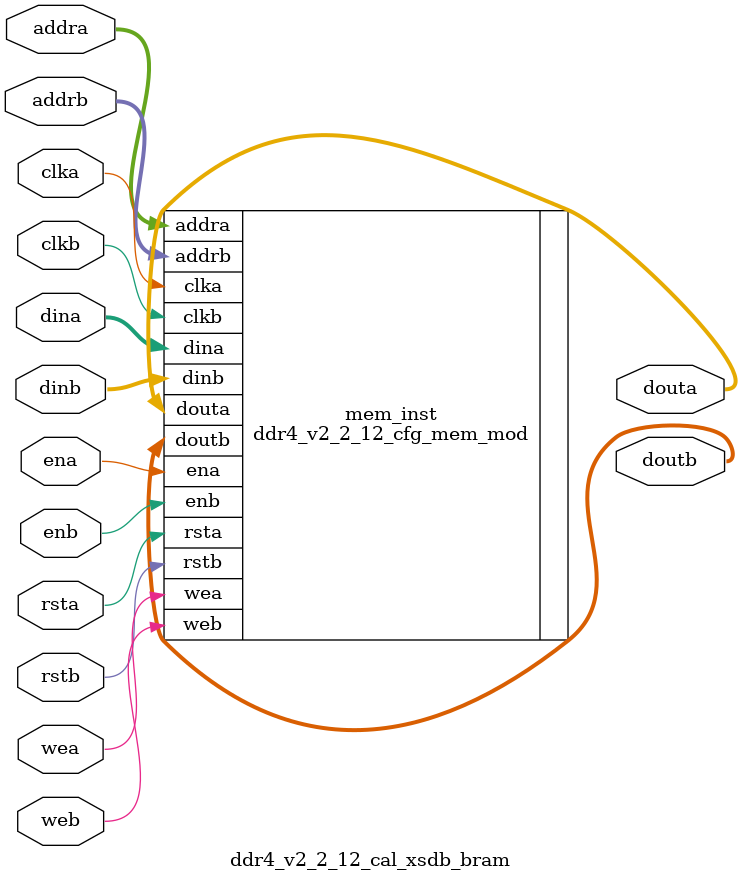
<source format=sv>
/******************************************************************************
// (c) Copyright 2013 - 2014 Xilinx, Inc. All rights reserved.
//
// This file contains confidential and proprietary information
// of Xilinx, Inc. and is protected under U.S. and
// international copyright and other intellectual property
// laws.
//
// DISCLAIMER
// This disclaimer is not a license and does not grant any
// rights to the materials distributed herewith. Except as
// otherwise provided in a valid license issued to you by
// Xilinx, and to the maximum extent permitted by applicable
// law: (1) THESE MATERIALS ARE MADE AVAILABLE "AS IS" AND
// WITH ALL FAULTS, AND XILINX HEREBY DISCLAIMS ALL WARRANTIES
// AND CONDITIONS, EXPRESS, IMPLIED, OR STATUTORY, INCLUDING
// BUT NOT LIMITED TO WARRANTIES OF MERCHANTABILITY, NON-
// INFRINGEMENT, OR FITNESS FOR ANY PARTICULAR PURPOSE; and
// (2) Xilinx shall not be liable (whether in contract or tort,
// including negligence, or under any other theory of
// liability) for any loss or damage of any kind or nature
// related to, arising under or in connection with these
// materials, including for any direct, or any indirect,
// special, incidental, or consequential loss or damage
// (including loss of data, profits, goodwill, or any type of
// loss or damage suffered as a result of any action brought
// by a third party) even if such damage or loss was
// reasonably foreseeable or Xilinx had been advised of the
// possibility of the same.
//
// CRITICAL APPLICATIONS
// Xilinx products are not designed or intended to be fail-
// safe, or for use in any application requiring fail-safe
// performance, such as life-support or safety devices or
// systems, Class III medical devices, nuclear facilities,
// applications related to the deployment of airbags, or any
// other applications that could lead to death, personal
// injury, or severe property or environmental damage
// (individually and collectively, "Critical
// Applications"). Customer assumes the sole risk and
// liability of any use of Xilinx products in Critical
// Applications, subject only to applicable laws and
// regulations governing limitations on product liability.
//
// THIS COPYRIGHT NOTICE AND DISCLAIMER MUST BE RETAINED AS
// PART OF THIS FILE AT ALL TIMES.
******************************************************************************/
//   ____  ____
//  /   /\/   /
// /___/  \  /    Vendor             : Xilinx
// \   \   \/     Version            : 2.0
//  \   \         Application        : MIG
//  /   /         Filename           : ddr4_v2_2_12_cal_xsdb_bram.sv
// /___/   /\     Date Last Modified : $Date: 2015/04/23 $
// \   \  /  \    Date Created       : Tue May 13 2014
//  \___\/\___\
//
// Device           : UltraScale
// Design Name      : DDR4 SDRAM & DDR3 SDRAM
// Purpose          :
//                   ddr4_v2_2_12_cal_xsdb_bram module
// Reference        :
// Revision History :
//*****************************************************************************
`timescale 1ns / 1ps

(* bram_map="yes" *)

module ddr4_v2_2_12_cal_xsdb_bram
    #(	
    
		parameter       	  MEM                        	  =  "DDR4"
		,parameter       	  DBYTES                     	  =  8 //4
		,parameter            START_ADDRESS                   =  18
		,parameter  		  SPREAD_SHEET_VERSION            =  2
		,parameter            RTL_VERSION                     =  0
		,parameter            MEM_CODE                        =  0
		,parameter  		  MEMORY_TYPE                     =  (MEM == "DDR4") ? 2 : 1
		,parameter            MEMORY_CONFIGURATION            =  1
		,parameter            MEMORY_VOLTAGE                  =  1
        ,parameter            CLKFBOUT_MULT_PLL               =  4
        ,parameter            DIVCLK_DIVIDE_PLL               =  1
        ,parameter            CLKOUT0_DIVIDE_PLL              =  1
        ,parameter            CLKFBOUT_MULT_MMCM              =  4
        ,parameter            DIVCLK_DIVIDE_MMCM              =  1
        ,parameter            CLKOUT0_DIVIDE_MMCM             =  4
		,parameter  		  DQBITS	                      =  64
		,parameter			  NIBBLE                          =  DQBITS/4
		,parameter  		  BITS_PER_BYTE                   =  8 //DQBITS/DBYTES
		,parameter  		  SLOTS                   =  1
		,parameter  		  ABITS                           =  10
		,parameter  		  BABITS                          =  2
		,parameter       	  BGBITS              	          =  2
		,parameter       	  CKEBITS                  		  =  4
		,parameter       	  CSBITS             	          =  4
		,parameter       	  ODTBITS                    	  =  4
		,parameter       	  DRAM_WIDTH                 	  =  8      // # of DQ per DQS
		,parameter       	  RANKS                      	  =  4 // 1      //1, 2, 3, or 4
		,parameter            S_HEIGHT                        =  1
		,parameter       	  nCK_PER_CLK                	  =  1      // # of memory CKs per fabric CLK
        ,parameter            tCK                             =  2000		
		,parameter       	  DM_DBI_SETTING             	  =  7     //// 3bits requried all 7
		,parameter            BISC_EN                         =  0
		,parameter       	  USE_CS_PORT             	      =  1     //// 1 bit
		,parameter            EXTRA_CMD_DELAY                 =  0     //// 1 bit
		,parameter            REG_CTRL_ON                     =  0     // RDIMM register control
		,parameter            CA_MIRROR                       =  0     //// 1 bit
		,parameter       	  DQS_GATE                   	  =  7
		,parameter       	  WRLVL                      	  =  7
		,parameter       	  RDLVL                      	  =  7
		,parameter       	  RDLVL_DBI                       =  7
		,parameter       	  WR_DQS_DQ                  	  =  7
		,parameter       	  WR_DQS_DM_DBI                   =  7
		,parameter            WRITE_LAT                       =  7
		,parameter       	  RDLVL_COMPLEX                   =  3     ///2 bits required all 3
		,parameter       	  WR_DQS_COMPLEX                  =  3     ///2 bits required all 3
		,parameter       	  DQS_TRACKING               	  =  3
		,parameter       	  RD_VREF                    	  =  3
		,parameter       	  RD_VREF_PATTERN                 =  3
		,parameter       	  WR_VREF                    	  =  3
		,parameter       	  WR_VREF_PATTERN                 =  3
		,parameter       	  DQS_SAMPLE_CNT             	  =  127
		,parameter       	  WRLVL_SAMPLE_CNT           	  =  255
		,parameter       	  RDLVL_SAMPLE_CNT           	  =  127
		,parameter       	  COMPLEX_LOOP_CNT           	  =  255
		,parameter       	  IODELAY_QTR_CK_TAP_CNT     	  =  255
		,parameter       	  DEBUG_MESSAGES     	          =  0
		,parameter         	  MR0                     		  =  13'b0000000110000
		,parameter         	  MR1                     		  =  13'b0000100000001 //RTT_NOM=RZQ/4 (60 Ohm)
		,parameter         	  MR2                     		  =  13'b0000000011000
		,parameter         	  MR3                     		  =  13'b0000000000000
		,parameter         	  MR4                     		  =  13'b0000000000000
		,parameter         	  MR5                     		  =  13'b0010000000000
		,parameter         	  MR6                     		  =  13'b0100000000000
		,parameter            ODTWR                           = 16'h0000
		,parameter            ODTRD                           = 16'h0000
		,parameter            SLOT0_CONFIG                    = 0     // all 9 bits
		,parameter            SLOT1_CONFIG                    = 0     // all 9 bits
		,parameter            SLOT0_FUNC_CS                   = 0     // all 9 bits
		,parameter            SLOT1_FUNC_CS                   = 0     // all 9 bits
		,parameter            SLOT0_ODD_CS                    = 0     // all 9 bits
		,parameter            SLOT1_ODD_CS                    = 0     // all 9 bits
		,parameter            DDR4_REG_RC03                   = 0     // all 9 bits
		,parameter            DDR4_REG_RC04                   = 0     // all 9 bits
		,parameter            DDR4_REG_RC05                   = 0     // all 9 bits
		,parameter            DDR4_REG_RC3X                   = 0     // all 9 bits
		
		,parameter         	  MR0_0                   		  =  MR0[8:0]
		,parameter         	  MR0_1                   		  =  {5'b0,MR0[12:9]}
		,parameter         	  MR1_0                   		  =  MR1[8:0]
		,parameter         	  MR1_1                   		  =  {5'b0,MR1[12:9]}
		,parameter         	  MR2_0                   	 	  =  MR2[8:0]
		,parameter         	  MR2_1                   		  =  {5'b0,MR2[12:9]}
		,parameter         	  MR3_0                   		  =  MR3[8:0]
		,parameter         	  MR3_1                   		  =  {5'b0,MR3[12:9]}
		,parameter         	  MR4_0                   		  =  MR4[8:0]
		,parameter         	  MR4_1                   		  =  {5'b0,MR4[12:9]}
		,parameter         	  MR5_0                   		  =  MR5[8:0]
		,parameter         	  MR5_1                   		  =  {5'b0,MR5[12:9]}
		,parameter         	  MR6_0                   		  =  MR6[8:0]
		,parameter         	  MR6_1                   		  =  {5'b0,MR6[12:9]}
  
       ,parameter NUM_BRAMS    = 1
	   ,parameter SIZE         = 36 * 1024 * NUM_BRAMS
    // Specify INITs as 9 bit blocks (256 locations per blockRAM)
       ,parameter ADDR_WIDTH   = 16
	   ,parameter DATA_WIDTH   = 9
       ,parameter PIPELINE_REG = 1 
    )
  (
	
		clka,
		clkb,
		ena,
		enb,
		addra,
		addrb,
		dina,
		dinb,
		douta,
		doutb,
		wea,
		web,
		rsta,
		rstb
);
input clka;
input clkb;
input ena;
input enb;
input [ADDR_WIDTH-1:0]addra;
input [ADDR_WIDTH-1:0]addrb;
input [DATA_WIDTH-1:0]dina;
input [DATA_WIDTH-1:0]dinb;
input wea;
input web;
input rsta;
input rstb;
output reg [DATA_WIDTH-1:0]douta;
output reg [DATA_WIDTH-1:0]doutb;


// Initial values to the BlockRam 0
localparam [8:0] mem0_init_0 = {4'b0,START_ADDRESS[4:0]};
localparam [8:0] mem0_init_1 = 9'b0;
localparam [8:0] mem0_init_2 = 9'b0;
localparam [8:0] mem0_init_3 = {5'b0,SPREAD_SHEET_VERSION[3:0]};
localparam [8:0] mem0_init_4 = {6'b0,MEMORY_TYPE[2:0]};
localparam [8:0] mem0_init_5 = RANKS;
localparam [8:0] mem0_init_6 = DBYTES[8:0]; // MAN - repeats DBYTES parameter (may hardwire to BYTES for initial SW compatability)
localparam [8:0] mem0_init_7 = NIBBLE[8:0];
localparam [8:0] mem0_init_8 = BITS_PER_BYTE[8:0];
localparam [8:0] mem0_init_9 = 9'b1;
localparam [8:0] mem0_init_10 = 9'b1;
localparam [8:0] mem0_init_11 = 9'b1;
localparam [8:0] mem0_init_12 = SLOTS;
localparam [8:0] mem0_init_13 = 9'b0;
localparam [8:0] mem0_init_14 = 9'b0;
localparam [8:0] mem0_init_15 = 9'b0;
localparam [8:0] mem0_init_16 = 9'b0;
localparam [8:0] mem0_init_17 = 9'b0;
localparam [8:0] mem0_init_18 = RTL_VERSION[8:0];
localparam [8:0] mem0_init_19 = 9'b0;
localparam [8:0] mem0_init_20 = NUM_BRAMS[8:0];
localparam [8:0] mem0_init_21 = {BGBITS[1:0],BABITS[1:0],ABITS[4:0]};
localparam [8:0] mem0_init_22 = {ODTBITS[2:0],CSBITS[2:0],CKEBITS[2:0]};
localparam [8:0] mem0_init_23 = DBYTES[8:0];
localparam [8:0] mem0_init_24 = DRAM_WIDTH[8:0];
localparam [8:0] mem0_init_25 = {CA_MIRROR[0],REG_CTRL_ON[0],EXTRA_CMD_DELAY[0],USE_CS_PORT[0],BISC_EN[0],DM_DBI_SETTING[2:0],nCK_PER_CLK[0]};
localparam [8:0] mem0_init_26 = {RDLVL[2:0],WRLVL[2:0],DQS_GATE[2:0]};
localparam [8:0] mem0_init_27 = {WR_DQS_DM_DBI[2:0],WR_DQS_DQ[2:0],RDLVL_DBI[2:0]};
localparam [8:0] mem0_init_28 = {WR_DQS_COMPLEX[2:0],RDLVL_COMPLEX[2:0],WRITE_LAT[2:0]};
localparam [8:0] mem0_init_29 = {DEBUG_MESSAGES[0],RD_VREF_PATTERN[1:0],WR_VREF_PATTERN[1:0],RD_VREF[1:0],WR_VREF[1:0]};
localparam [8:0] mem0_init_30 = {7'b0,DQS_TRACKING[1:0]};
localparam [8:0] mem0_init_31 = DQS_SAMPLE_CNT[8:0];
localparam [8:0] mem0_init_32 = WRLVL_SAMPLE_CNT[8:0];
localparam [8:0] mem0_init_33 = RDLVL_SAMPLE_CNT[8:0];
localparam [8:0] mem0_init_34 = COMPLEX_LOOP_CNT[8:0];
localparam [8:0] mem0_init_35 = IODELAY_QTR_CK_TAP_CNT[8:0];
localparam [8:0] mem0_init_36 = {5'b0,S_HEIGHT[3:0]};
localparam [8:0] mem0_init_37 = 9'b0;
localparam [8:0] mem0_init_38 = 9'b0;
localparam [8:0] mem0_init_39 = 9'b0;
localparam [8:0] mem0_init_40 = {1'b0, ODTWR[7:0]};
localparam [8:0] mem0_init_41 = {1'b0, ODTWR[15:8]};
localparam [8:0] mem0_init_42 = {1'b0, ODTRD[7:0]};
localparam [8:0] mem0_init_43 = {1'b0, ODTRD[15:8]};
localparam [8:0] mem0_init_44 = SLOT0_CONFIG;
localparam [8:0] mem0_init_45 = SLOT1_CONFIG;
localparam [8:0] mem0_init_46 = SLOT0_FUNC_CS;
localparam [8:0] mem0_init_47 = SLOT1_FUNC_CS;
localparam [8:0] mem0_init_48 = SLOT0_ODD_CS;
localparam [8:0] mem0_init_49 = SLOT1_ODD_CS;
localparam [8:0] mem0_init_50 = DDR4_REG_RC03;
localparam [8:0] mem0_init_51 = DDR4_REG_RC04;
localparam [8:0] mem0_init_52 = DDR4_REG_RC05;
localparam [8:0] mem0_init_53 = DDR4_REG_RC3X;
localparam [8:0] mem0_init_54 = MR0_0[8:0];
localparam [8:0] mem0_init_55 = MR0_1[8:0];
localparam [8:0] mem0_init_56 = MR1_0[8:0];
localparam [8:0] mem0_init_57 = MR1_1[8:0];
localparam [8:0] mem0_init_58 = MR2_0[8:0];
localparam [8:0] mem0_init_59 = MR2_1[8:0];
localparam [8:0] mem0_init_60 = MR3_0[8:0];
localparam [8:0] mem0_init_61 = MR3_1[8:0];
localparam [8:0] mem0_init_62 = MR4_0[8:0];
localparam [8:0] mem0_init_63 = MR4_1[8:0];
localparam [8:0] mem0_init_64 = MR5_0[8:0];
localparam [8:0] mem0_init_65 = MR5_1[8:0];
localparam [8:0] mem0_init_66 = MR6_0[8:0];
localparam [8:0] mem0_init_67 = MR6_1[8:0];
localparam [8:0] mem0_init_68 = 9'b0;
localparam [8:0] mem0_init_69 = tCK[8:0];
localparam [8:0] mem0_init_70 = tCK[16:9];
localparam [8:0] mem0_init_71 = MEMORY_CONFIGURATION[8:0];
localparam [8:0] mem0_init_72 = MEMORY_VOLTAGE[8:0];
localparam [8:0] mem0_init_73 = CLKFBOUT_MULT_PLL[8:0];
localparam [8:0] mem0_init_74 = DIVCLK_DIVIDE_PLL[8:0];
localparam [8:0] mem0_init_75 = CLKFBOUT_MULT_MMCM[8:0];
localparam [8:0] mem0_init_76 = DIVCLK_DIVIDE_MMCM[8:0];
localparam [8:0] mem0_init_77 = 9'b0;
localparam [8:0] mem0_init_78 = 9'b0;
localparam [8:0] mem0_init_79 = 9'b0;
localparam [8:0] mem0_init_80 = 9'b0;
localparam [8:0] mem0_init_81 = 9'b0;
localparam [8:0] mem0_init_82 = 9'b0;
localparam [8:0] mem0_init_83 = 9'b0;
localparam [8:0] mem0_init_84 = 9'b0;
localparam [8:0] mem0_init_85 = 9'b0;
localparam [8:0] mem0_init_86 = 9'b0;
localparam [8:0] mem0_init_87 = 9'b0;
localparam [8:0] mem0_init_88 = 9'b0;
localparam [8:0] mem0_init_89 = 9'b0;
localparam [8:0] mem0_init_90 = 9'b0;
localparam [8:0] mem0_init_91 = 9'b0;
localparam [8:0] mem0_init_92 = 9'b0;
localparam [8:0] mem0_init_93 = 9'b0;
localparam [8:0] mem0_init_94 = 9'b0;
localparam [8:0] mem0_init_95 = 9'b0;
localparam [8:0] mem0_init_96 = 9'b0;
localparam [8:0] mem0_init_97 = 9'b0;
localparam [8:0] mem0_init_98 = 9'b0;
localparam [8:0] mem0_init_99 = 9'b0;
localparam [8:0] mem0_init_100 = 9'b0;
localparam [8:0] mem0_init_101 = 9'b0;
localparam [8:0] mem0_init_102 = 9'b0;
localparam [8:0] mem0_init_103 = 9'b0;
localparam [8:0] mem0_init_104 = 9'b0;
localparam [8:0] mem0_init_105 = 9'b0;
localparam [8:0] mem0_init_106 = 9'b0;
localparam [8:0] mem0_init_107 = 9'b0;
localparam [8:0] mem0_init_108 = 9'b0;
localparam [8:0] mem0_init_109 = 9'b0;
localparam [8:0] mem0_init_110 = 9'b0;
localparam [8:0] mem0_init_111 = 9'b0;
localparam [8:0] mem0_init_112 = 9'b0;
localparam [8:0] mem0_init_113 = 9'b0;
localparam [8:0] mem0_init_114 = 9'b0;
localparam [8:0] mem0_init_115 = 9'b0;
localparam [8:0] mem0_init_116 = 9'b0;
localparam [8:0] mem0_init_117 = 9'b0;
localparam [8:0] mem0_init_118 = 9'b0;
localparam [8:0] mem0_init_119 = 9'b0;
localparam [8:0] mem0_init_120 = 9'b0;
localparam [8:0] mem0_init_121 = 9'b0;
localparam [8:0] mem0_init_122 = 9'b0;
localparam [8:0] mem0_init_123 = 9'b0;
localparam [8:0] mem0_init_124 = 9'b0;
localparam [8:0] mem0_init_125 = 9'b0;
localparam [8:0] mem0_init_126 = 9'b0;
localparam [8:0] mem0_init_127 = 9'b0;
localparam [8:0] mem0_init_128 = 9'b0;
localparam [8:0] mem0_init_129 = 9'b0;
localparam [8:0] mem0_init_130 = 9'b0;
localparam [8:0] mem0_init_131 = 9'b0;
localparam [8:0] mem0_init_132 = 9'b0;
localparam [8:0] mem0_init_133 = 9'b0;
localparam [8:0] mem0_init_134 = 9'b0;
localparam [8:0] mem0_init_135 = 9'b0;
localparam [8:0] mem0_init_136 = 9'b0;
localparam [8:0] mem0_init_137 = 9'b0;
localparam [8:0] mem0_init_138 = 9'b0;
localparam [8:0] mem0_init_139 = 9'b0;
localparam [8:0] mem0_init_140 = 9'b0;
localparam [8:0] mem0_init_141 = 9'b0;
localparam [8:0] mem0_init_142 = 9'b0;
localparam [8:0] mem0_init_143 = 9'b0;
localparam [8:0] mem0_init_144 = 9'b0;
localparam [8:0] mem0_init_145 = 9'b0;
localparam [8:0] mem0_init_146 = 9'b0;
localparam [8:0] mem0_init_147 = 9'b0;
localparam [8:0] mem0_init_148 = 9'b0;
localparam [8:0] mem0_init_149 = 9'b0;
localparam [8:0] mem0_init_150 = 9'b0;
localparam [8:0] mem0_init_151 = 9'b0;
localparam [8:0] mem0_init_152 = 9'b0;
localparam [8:0] mem0_init_153 = 9'b0;
localparam [8:0] mem0_init_154 = 9'b0;
localparam [8:0] mem0_init_155 = 9'b0;
localparam [8:0] mem0_init_156 = 9'b0;
localparam [8:0] mem0_init_157 = 9'b0;
localparam [8:0] mem0_init_158 = 9'b0;
localparam [8:0] mem0_init_159 = 9'b0;
localparam [8:0] mem0_init_160 = 9'b0;
localparam [8:0] mem0_init_161 = 9'b0;
localparam [8:0] mem0_init_162 = 9'b0;
localparam [8:0] mem0_init_163 = 9'b0;
localparam [8:0] mem0_init_164 = 9'b0;
localparam [8:0] mem0_init_165 = 9'b0;
localparam [8:0] mem0_init_166 = 9'b0;
localparam [8:0] mem0_init_167 = 9'b0;
localparam [8:0] mem0_init_168 = 9'b0;
localparam [8:0] mem0_init_169 = 9'b0;
localparam [8:0] mem0_init_170 = 9'b0;
localparam [8:0] mem0_init_171 = 9'b0;
localparam [8:0] mem0_init_172 = 9'b0;
localparam [8:0] mem0_init_173 = 9'b0;
localparam [8:0] mem0_init_174 = 9'b0;
localparam [8:0] mem0_init_175 = 9'b0;
localparam [8:0] mem0_init_176 = 9'b0;
localparam [8:0] mem0_init_177 = 9'b0;
localparam [8:0] mem0_init_178 = 9'b0;
localparam [8:0] mem0_init_179 = 9'b0;
localparam [8:0] mem0_init_180 = 9'b0;
localparam [8:0] mem0_init_181 = 9'b0;
localparam [8:0] mem0_init_182 = 9'b0;
localparam [8:0] mem0_init_183 = 9'b0;
localparam [8:0] mem0_init_184 = 9'b0;
localparam [8:0] mem0_init_185 = 9'b0;
localparam [8:0] mem0_init_186 = 9'b0;
localparam [8:0] mem0_init_187 = 9'b0;
localparam [8:0] mem0_init_188 = 9'b0;
localparam [8:0] mem0_init_189 = 9'b0;
localparam [8:0] mem0_init_190 = 9'b0;
localparam [8:0] mem0_init_191 = 9'b0;
localparam [8:0] mem0_init_192 = 9'b0;
localparam [8:0] mem0_init_193 = 9'b0;
localparam [8:0] mem0_init_194 = 9'b0;
localparam [8:0] mem0_init_195 = 9'b0;
localparam [8:0] mem0_init_196 = 9'b0;
localparam [8:0] mem0_init_197 = 9'b0;
localparam [8:0] mem0_init_198 = 9'b0;
localparam [8:0] mem0_init_199 = 9'b0;
localparam [8:0] mem0_init_200 = 9'b0;
localparam [8:0] mem0_init_201 = 9'b0;
localparam [8:0] mem0_init_202 = 9'b0;
localparam [8:0] mem0_init_203 = 9'b0;
localparam [8:0] mem0_init_204 = 9'b0;
localparam [8:0] mem0_init_205 = 9'b0;
localparam [8:0] mem0_init_206 = 9'b0;
localparam [8:0] mem0_init_207 = 9'b0;
localparam [8:0] mem0_init_208 = 9'b0;
localparam [8:0] mem0_init_209 = 9'b0;
localparam [8:0] mem0_init_210 = 9'b0;
localparam [8:0] mem0_init_211 = 9'b0;
localparam [8:0] mem0_init_212 = 9'b0;
localparam [8:0] mem0_init_213 = 9'b0;
localparam [8:0] mem0_init_214 = 9'b0;
localparam [8:0] mem0_init_215 = 9'b0;
localparam [8:0] mem0_init_216 = 9'b0;
localparam [8:0] mem0_init_217 = 9'b0;
localparam [8:0] mem0_init_218 = 9'b0;
localparam [8:0] mem0_init_219 = 9'b0;
localparam [8:0] mem0_init_220 = 9'b0;
localparam [8:0] mem0_init_221 = 9'b0;
localparam [8:0] mem0_init_222 = 9'b0;
localparam [8:0] mem0_init_223 = 9'b0;
localparam [8:0] mem0_init_224 = 9'b0;
localparam [8:0] mem0_init_225 = 9'b0;
localparam [8:0] mem0_init_226 = 9'b0;
localparam [8:0] mem0_init_227 = 9'b0;
localparam [8:0] mem0_init_228 = 9'b0;
localparam [8:0] mem0_init_229 = 9'b0;
localparam [8:0] mem0_init_230 = 9'b0;
localparam [8:0] mem0_init_231 = 9'b0;
localparam [8:0] mem0_init_232 = 9'b0;
localparam [8:0] mem0_init_233 = 9'b0;
localparam [8:0] mem0_init_234 = 9'b0;
localparam [8:0] mem0_init_235 = 9'b0;
localparam [8:0] mem0_init_236 = 9'b0;
localparam [8:0] mem0_init_237 = 9'b0;
localparam [8:0] mem0_init_238 = 9'b0;
localparam [8:0] mem0_init_239 = 9'b0;
localparam [8:0] mem0_init_240 = 9'b0;
localparam [8:0] mem0_init_241 = 9'b0;
localparam [8:0] mem0_init_242 = 9'b0;
localparam [8:0] mem0_init_243 = 9'b0;
localparam [8:0] mem0_init_244 = 9'b0;
localparam [8:0] mem0_init_245 = 9'b0;
localparam [8:0] mem0_init_246 = 9'b0;
localparam [8:0] mem0_init_247 = 9'b0;
localparam [8:0] mem0_init_248 = 9'b0;
localparam [8:0] mem0_init_249 = 9'b0;
localparam [8:0] mem0_init_250 = 9'b0;
localparam [8:0] mem0_init_251 = 9'b0;
localparam [8:0] mem0_init_252 = 9'b0;
localparam [8:0] mem0_init_253 = 9'b0;
localparam [8:0] mem0_init_254 = 9'b0;
localparam [8:0] mem0_init_255 = 9'b0;

localparam [256*9-1:0] INIT_BRAM0 = {mem0_init_255,mem0_init_254,mem0_init_253,mem0_init_252,mem0_init_251,mem0_init_250,mem0_init_249,mem0_init_248,mem0_init_247,mem0_init_246,mem0_init_245,mem0_init_244,mem0_init_243,mem0_init_242,mem0_init_241,mem0_init_240,mem0_init_239,mem0_init_238,mem0_init_237,mem0_init_236,mem0_init_235,mem0_init_234,mem0_init_233,mem0_init_232,mem0_init_231,mem0_init_230,mem0_init_229,mem0_init_228,mem0_init_227,mem0_init_226,mem0_init_225,mem0_init_224,mem0_init_223,mem0_init_222,mem0_init_221,mem0_init_220,mem0_init_219,mem0_init_218,mem0_init_217,mem0_init_216,mem0_init_215,mem0_init_214,mem0_init_213,mem0_init_212,mem0_init_211,mem0_init_210,mem0_init_209,mem0_init_208,mem0_init_207,mem0_init_206,mem0_init_205,mem0_init_204,mem0_init_203,mem0_init_202,mem0_init_201,mem0_init_200,mem0_init_199,mem0_init_198,mem0_init_197,mem0_init_196,mem0_init_195,mem0_init_194,mem0_init_193,mem0_init_192,mem0_init_191,mem0_init_190,mem0_init_189,mem0_init_188,mem0_init_187,mem0_init_186,mem0_init_185,mem0_init_184,mem0_init_183,mem0_init_182,mem0_init_181,mem0_init_180,mem0_init_179,mem0_init_178,mem0_init_177,mem0_init_176,mem0_init_175,mem0_init_174,mem0_init_173,mem0_init_172,mem0_init_171,mem0_init_170,mem0_init_169,mem0_init_168,mem0_init_167,mem0_init_166,mem0_init_165,mem0_init_164,mem0_init_163,mem0_init_162,mem0_init_161,mem0_init_160,mem0_init_159,mem0_init_158,mem0_init_157,mem0_init_156,mem0_init_155,mem0_init_154,mem0_init_153,mem0_init_152,mem0_init_151,mem0_init_150,mem0_init_149,mem0_init_148,mem0_init_147,mem0_init_146,mem0_init_145,mem0_init_144,mem0_init_143,mem0_init_142,mem0_init_141,mem0_init_140,mem0_init_139,mem0_init_138,mem0_init_137,mem0_init_136,mem0_init_135,mem0_init_134,mem0_init_133,mem0_init_132,mem0_init_131,mem0_init_130,mem0_init_129,mem0_init_128,mem0_init_127,mem0_init_126,mem0_init_125,mem0_init_124,mem0_init_123,mem0_init_122,mem0_init_121,mem0_init_120,mem0_init_119,mem0_init_118,mem0_init_117,mem0_init_116,mem0_init_115,mem0_init_114,mem0_init_113,mem0_init_112,mem0_init_111,mem0_init_110,mem0_init_109,mem0_init_108,mem0_init_107,mem0_init_106,mem0_init_105,mem0_init_104,mem0_init_103,mem0_init_102,mem0_init_101,mem0_init_100,mem0_init_99,mem0_init_98,mem0_init_97,mem0_init_96,mem0_init_95,mem0_init_94,mem0_init_93,mem0_init_92,mem0_init_91,mem0_init_90,mem0_init_89,mem0_init_88,mem0_init_87,mem0_init_86,mem0_init_85,mem0_init_84,mem0_init_83,mem0_init_82,mem0_init_81,mem0_init_80,mem0_init_79,mem0_init_78,mem0_init_77,mem0_init_76,mem0_init_75,mem0_init_74,mem0_init_73,mem0_init_72,mem0_init_71,mem0_init_70,mem0_init_69,mem0_init_68,mem0_init_67,mem0_init_66,mem0_init_65,mem0_init_64,mem0_init_63,mem0_init_62,mem0_init_61,mem0_init_60,mem0_init_59,mem0_init_58,mem0_init_57,mem0_init_56,mem0_init_55,mem0_init_54,mem0_init_53,mem0_init_52,mem0_init_51,mem0_init_50,mem0_init_49,mem0_init_48,mem0_init_47,mem0_init_46,mem0_init_45,mem0_init_44,mem0_init_43,mem0_init_42,mem0_init_41,mem0_init_40,mem0_init_39,mem0_init_38,mem0_init_37,mem0_init_36,mem0_init_35,mem0_init_34,mem0_init_33,mem0_init_32,mem0_init_31,mem0_init_30,mem0_init_29,mem0_init_28,mem0_init_27,mem0_init_26,mem0_init_25,mem0_init_24,mem0_init_23,mem0_init_22,mem0_init_21,mem0_init_20,mem0_init_19,mem0_init_18,mem0_init_17,mem0_init_16,mem0_init_15,mem0_init_14,mem0_init_13,mem0_init_12,mem0_init_11,mem0_init_10,mem0_init_9,mem0_init_8,mem0_init_7,mem0_init_6,mem0_init_5,mem0_init_4,mem0_init_3,mem0_init_2,mem0_init_1,mem0_init_0};

// Populate INIT's for rest of BlockRAMs if required
localparam [256*9*NUM_BRAMS-1:0] INIT = ( NUM_BRAMS == 1 ) ? INIT_BRAM0 : ( NUM_BRAMS == 2 ) ? {2304'b0 ,INIT_BRAM0} : {{2{2304'b0}} ,INIT_BRAM0};

ddr4_v2_2_12_cfg_mem_mod # (
               .SIZE(SIZE),
               .INIT(INIT),
               .ADDR_WIDTH(ADDR_WIDTH),
               .DATA_WIDTH(9),
               .PIPELINE_REG(PIPELINE_REG)
              )
     mem_inst (
                .clka(clka),
                .clkb(clkb),
                .ena(ena),
                .enb(enb),
                .addra(addra),
                .addrb(addrb),
                .dina(dina),
                .dinb(dinb),
                .wea(wea),
                .web(web),
                .rsta(rsta),
                .rstb(rstb),
                .douta(douta),
                .doutb(doutb)
               );

endmodule


</source>
